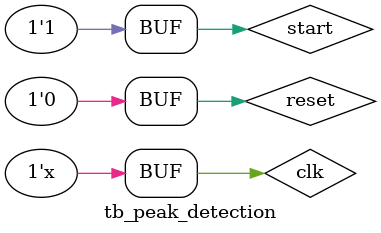
<source format=sv>
`timescale 1ns/1ps
`include "peakdetection.sv"

module tb_peak_detection;
    // Testbench signals
    reg clk;
    reg reset;
    wire peak_detected;
    wire [9:0] peak_addr;   // Adjust to match the expected address width (10 bits)
    wire [7:0] peak_value;  // Output value of the peak detected
    reg start;
    wire done;

    // Clock generation
    always #5 clk = ~clk;

    // Instantiate the peak detection module
    peak_detection uut (
        .clk(clk),
        .reset(reset),
        .peak_detected(peak_detected),
        .peak_addr(peak_addr),
        .peak_value(peak_value),
        .start(start),
        .done(done)
    );

    // Testbench initialization
    initial begin
        clk = 0;
        reset = 1;
        start = 0;
        #10 reset = 0;  // Deassert reset
        #10 start = 1;  // Start the peak detection process

        // Wait for peak detection
        #5000;  // Enough time to process data

        // End the simulation
       
    end

    // Monitor the peak detection output
    initial begin
        $monitor("At time %0t: peak_detected = %b, peak_addr = %d, peak_value = %h", $time, peak_detected, peak_addr, peak_value);
    end

    // Generate waveform for simulation viewing
    initial begin
        $dumpfile("wave.vcd");
        $dumpvars(0, tb_peak_detection);
    end
endmodule


</source>
